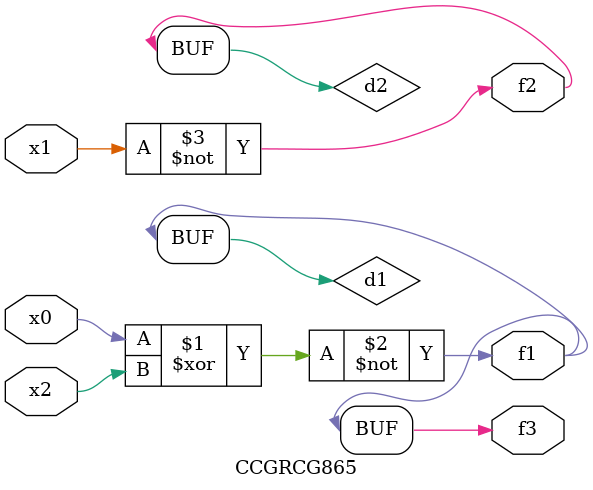
<source format=v>
module CCGRCG865(
	input x0, x1, x2,
	output f1, f2, f3
);

	wire d1, d2, d3;

	xnor (d1, x0, x2);
	nand (d2, x1);
	nor (d3, x1, x2);
	assign f1 = d1;
	assign f2 = d2;
	assign f3 = d1;
endmodule

</source>
